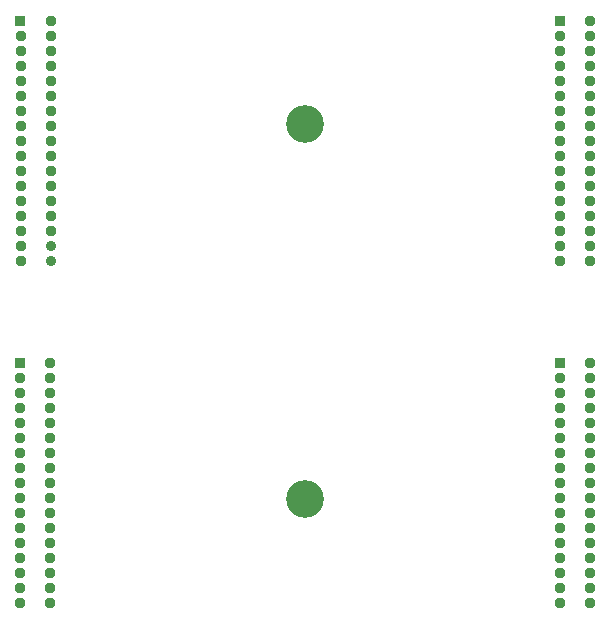
<source format=gbr>
%TF.GenerationSoftware,KiCad,Pcbnew,7.0.7*%
%TF.CreationDate,2023-09-12T10:12:19-04:00*%
%TF.ProjectId,Temps_North_DCT_HSK,54656d70-735f-44e6-9f72-74685f444354,B*%
%TF.SameCoordinates,Original*%
%TF.FileFunction,Soldermask,Top*%
%TF.FilePolarity,Negative*%
%FSLAX46Y46*%
G04 Gerber Fmt 4.6, Leading zero omitted, Abs format (unit mm)*
G04 Created by KiCad (PCBNEW 7.0.7) date 2023-09-12 10:12:19*
%MOMM*%
%LPD*%
G01*
G04 APERTURE LIST*
%ADD10R,0.940800X0.940800*%
%ADD11C,0.940800*%
%ADD12C,3.200000*%
%ADD13C,0.890000*%
G04 APERTURE END LIST*
D10*
%TO.C,J2*%
X93944440Y-79857600D03*
D11*
X96504760Y-79857600D03*
X93954600Y-81127600D03*
X96494600Y-81127600D03*
X93954600Y-82397600D03*
X96494600Y-82397600D03*
X93954600Y-83667600D03*
X96494600Y-83667600D03*
X93954600Y-84937600D03*
X96494600Y-84937600D03*
X93954600Y-86207600D03*
X96494600Y-86207600D03*
X93954600Y-87477600D03*
X96494600Y-87477600D03*
X93954600Y-88747600D03*
X96494600Y-88747600D03*
X93954600Y-90017600D03*
X96494600Y-90017600D03*
X93954600Y-91287600D03*
X96494600Y-91287600D03*
X93954600Y-92557600D03*
X96494600Y-92557600D03*
X93954600Y-93827600D03*
X96494600Y-93827600D03*
X93954600Y-95097600D03*
X96494600Y-95097600D03*
X93954600Y-96367600D03*
X96494600Y-96367600D03*
X93954600Y-97637600D03*
X96494600Y-97637600D03*
X93954600Y-98907600D03*
X96494600Y-98907600D03*
X93954600Y-100177600D03*
X96494600Y-100177600D03*
%TD*%
D12*
%TO.C,REF\u002A\u002A*%
X118107400Y-59690000D03*
%TD*%
%TO.C,REF\u002A\u002A*%
X118107400Y-91440000D03*
%TD*%
D10*
%TO.C,J3*%
X139664440Y-50952400D03*
D11*
X142224760Y-50952400D03*
X139674600Y-52222400D03*
X142214600Y-52222400D03*
X139674600Y-53492400D03*
X142214600Y-53492400D03*
X139674600Y-54762400D03*
X142214600Y-54762400D03*
X139674600Y-56032400D03*
X142214600Y-56032400D03*
X139674600Y-57302400D03*
X142214600Y-57302400D03*
X139674600Y-58572400D03*
X142214600Y-58572400D03*
X139674600Y-59842400D03*
X142214600Y-59842400D03*
X139674600Y-61112400D03*
X142214600Y-61112400D03*
X139674600Y-62382400D03*
X142214600Y-62382400D03*
X139674600Y-63652400D03*
X142214600Y-63652400D03*
X139674600Y-64922400D03*
X142214600Y-64922400D03*
X139674600Y-66192400D03*
X142214600Y-66192400D03*
X139674600Y-67462400D03*
X142214600Y-67462400D03*
X139674600Y-68732400D03*
X142214600Y-68732400D03*
X139674600Y-70002400D03*
X142214600Y-70002400D03*
X139674600Y-71272400D03*
X142214600Y-71272400D03*
%TD*%
D10*
%TO.C,J4*%
X139659840Y-79857600D03*
D11*
X142220160Y-79857600D03*
X139670000Y-81127600D03*
X142210000Y-81127600D03*
X139670000Y-82397600D03*
X142210000Y-82397600D03*
X139670000Y-83667600D03*
X142210000Y-83667600D03*
X139670000Y-84937600D03*
X142210000Y-84937600D03*
X139670000Y-86207600D03*
X142210000Y-86207600D03*
X139670000Y-87477600D03*
X142210000Y-87477600D03*
X139670000Y-88747600D03*
X142210000Y-88747600D03*
X139670000Y-90017600D03*
X142210000Y-90017600D03*
X139670000Y-91287600D03*
X142210000Y-91287600D03*
X139670000Y-92557600D03*
X142210000Y-92557600D03*
X139670000Y-93827600D03*
X142210000Y-93827600D03*
X139670000Y-95097600D03*
X142210000Y-95097600D03*
X139670000Y-96367600D03*
X142210000Y-96367600D03*
X139670000Y-97637600D03*
X142210000Y-97637600D03*
X139670000Y-98907600D03*
X142210000Y-98907600D03*
X139670000Y-100177600D03*
X142210000Y-100177600D03*
%TD*%
D10*
%TO.C,J1*%
X93969840Y-50901600D03*
D11*
X96530160Y-50901600D03*
X93980000Y-52171600D03*
X96520000Y-52171600D03*
X93980000Y-53441600D03*
X96520000Y-53441600D03*
X93980000Y-54711600D03*
X96520000Y-54711600D03*
X93980000Y-55981600D03*
X96520000Y-55981600D03*
X93980000Y-57251600D03*
X96520000Y-57251600D03*
X93980000Y-58521600D03*
X96520000Y-58521600D03*
X93980000Y-59791600D03*
X96520000Y-59791600D03*
X93980000Y-61061600D03*
X96520000Y-61061600D03*
X93980000Y-62331600D03*
X96520000Y-62331600D03*
X93980000Y-63601600D03*
X96520000Y-63601600D03*
X93980000Y-64871600D03*
X96520000Y-64871600D03*
X93980000Y-66141600D03*
X96520000Y-66141600D03*
X93980000Y-67411600D03*
X96520000Y-67411600D03*
X93980000Y-68681600D03*
X96520000Y-68681600D03*
X93980000Y-69951600D03*
D13*
X96520000Y-69951600D03*
D11*
X93980000Y-71221600D03*
D13*
X96520000Y-71221600D03*
%TD*%
M02*

</source>
